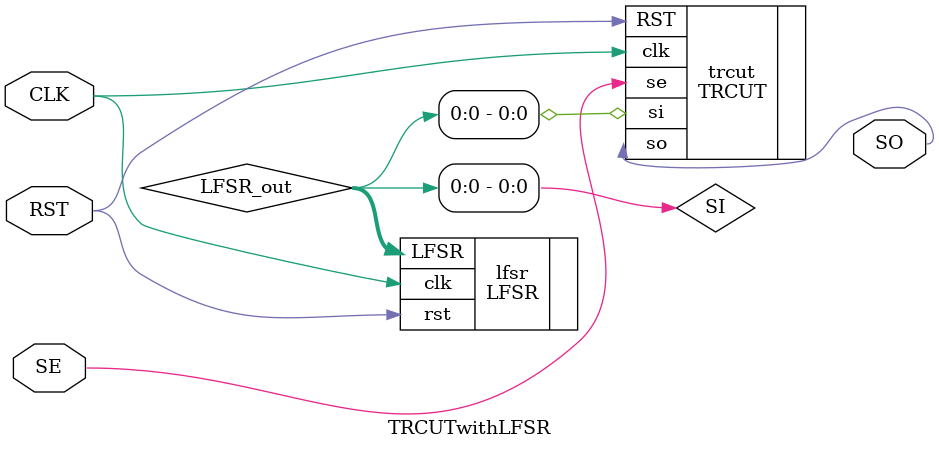
<source format=v>
module TRCUTwithLFSR(SE,RST,CLK,SO);

input SE,RST,CLK;
output SO;

wire SE,RST,CLK,SI,SO;	// wires to connect modules
wire [7:0] LFSR_out; //	bus array for the lfsr output

assign SI = LFSR_out[0]; 	// connecting one bit of the LFSR with TRCUT(SI)

//	ADDITION - added reset to trcut chain to initialize dffs
TRCUT trcut (.clk(CLK),.si(SI),.se(SE),.RST(RST),.so(SO));
LFSR lfsr (.clk(CLK),.rst(RST),.LFSR(LFSR_out));
endmodule
</source>
